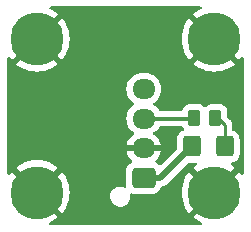
<source format=gbl>
G04 #@! TF.GenerationSoftware,KiCad,Pcbnew,7.0.8*
G04 #@! TF.CreationDate,2023-12-02T16:20:36-07:00*
G04 #@! TF.ProjectId,wheelspeed,77686565-6c73-4706-9565-642e6b696361,v1*
G04 #@! TF.SameCoordinates,Original*
G04 #@! TF.FileFunction,Copper,L2,Bot*
G04 #@! TF.FilePolarity,Positive*
%FSLAX46Y46*%
G04 Gerber Fmt 4.6, Leading zero omitted, Abs format (unit mm)*
G04 Created by KiCad (PCBNEW 7.0.8) date 2023-12-02 16:20:36*
%MOMM*%
%LPD*%
G01*
G04 APERTURE LIST*
G04 Aperture macros list*
%AMRoundRect*
0 Rectangle with rounded corners*
0 $1 Rounding radius*
0 $2 $3 $4 $5 $6 $7 $8 $9 X,Y pos of 4 corners*
0 Add a 4 corners polygon primitive as box body*
4,1,4,$2,$3,$4,$5,$6,$7,$8,$9,$2,$3,0*
0 Add four circle primitives for the rounded corners*
1,1,$1+$1,$2,$3*
1,1,$1+$1,$4,$5*
1,1,$1+$1,$6,$7*
1,1,$1+$1,$8,$9*
0 Add four rect primitives between the rounded corners*
20,1,$1+$1,$2,$3,$4,$5,0*
20,1,$1+$1,$4,$5,$6,$7,0*
20,1,$1+$1,$6,$7,$8,$9,0*
20,1,$1+$1,$8,$9,$2,$3,0*%
G04 Aperture macros list end*
G04 #@! TA.AperFunction,ComponentPad*
%ADD10C,4.500000*%
G04 #@! TD*
G04 #@! TA.AperFunction,SMDPad,CuDef*
%ADD11RoundRect,0.300000X0.450000X0.575000X-0.450000X0.575000X-0.450000X-0.575000X0.450000X-0.575000X0*%
G04 #@! TD*
G04 #@! TA.AperFunction,ComponentPad*
%ADD12RoundRect,0.250000X0.725000X-0.600000X0.725000X0.600000X-0.725000X0.600000X-0.725000X-0.600000X0*%
G04 #@! TD*
G04 #@! TA.AperFunction,ComponentPad*
%ADD13O,1.950000X1.700000*%
G04 #@! TD*
G04 #@! TA.AperFunction,SMDPad,CuDef*
%ADD14RoundRect,0.250000X0.262500X0.450000X-0.262500X0.450000X-0.262500X-0.450000X0.262500X-0.450000X0*%
G04 #@! TD*
G04 #@! TA.AperFunction,ViaPad*
%ADD15C,0.800000*%
G04 #@! TD*
G04 #@! TA.AperFunction,Conductor*
%ADD16C,0.500000*%
G04 #@! TD*
G04 #@! TA.AperFunction,Conductor*
%ADD17C,0.300000*%
G04 #@! TD*
G04 #@! TA.AperFunction,Conductor*
%ADD18C,0.250000*%
G04 #@! TD*
G04 APERTURE END LIST*
D10*
X147500000Y-90412500D03*
X132500000Y-103412500D03*
X132500000Y-90412500D03*
X147500000Y-103412500D03*
D11*
X148400000Y-99500000D03*
X145600000Y-99500000D03*
D12*
X141543750Y-102162500D03*
D13*
X141543750Y-99662500D03*
X141543750Y-97162500D03*
X141543750Y-94662500D03*
D14*
X147612500Y-97100000D03*
X145787500Y-97100000D03*
D15*
X130900000Y-98700000D03*
D16*
X142937500Y-102162500D02*
X145600000Y-99500000D01*
X141543750Y-102162500D02*
X142937500Y-102162500D01*
D17*
X141543750Y-97162500D02*
X145725000Y-97162500D01*
X145725000Y-97162500D02*
X145787500Y-97100000D01*
D18*
X147612500Y-97100000D02*
X147800000Y-97100000D01*
X148400000Y-97700000D02*
X148400000Y-99500000D01*
X147800000Y-97100000D02*
X148400000Y-97700000D01*
G04 #@! TA.AperFunction,Conductor*
G36*
X146397957Y-87682685D02*
G01*
X146443712Y-87735489D01*
X146453656Y-87804647D01*
X146424631Y-87868203D01*
X146381809Y-87900076D01*
X146219680Y-87973044D01*
X146219678Y-87973045D01*
X145934968Y-88145157D01*
X145934960Y-88145162D01*
X145739416Y-88298361D01*
X145739416Y-88298362D01*
X146738627Y-89297573D01*
X146628922Y-89374390D01*
X146461890Y-89541422D01*
X146385073Y-89651126D01*
X145385862Y-88651916D01*
X145385861Y-88651916D01*
X145232662Y-88847460D01*
X145232657Y-88847468D01*
X145060545Y-89132178D01*
X145060543Y-89132180D01*
X144924005Y-89435556D01*
X144923999Y-89435571D01*
X144825032Y-89753170D01*
X144765060Y-90080423D01*
X144744974Y-90412500D01*
X144765060Y-90744576D01*
X144825032Y-91071829D01*
X144923999Y-91389428D01*
X144924005Y-91389443D01*
X145060543Y-91692819D01*
X145060545Y-91692821D01*
X145232656Y-91977530D01*
X145385862Y-92173082D01*
X146385073Y-91173872D01*
X146461890Y-91283578D01*
X146628922Y-91450610D01*
X146738626Y-91527425D01*
X145739416Y-92526636D01*
X145739416Y-92526637D01*
X145934969Y-92679843D01*
X146219678Y-92851954D01*
X146219680Y-92851956D01*
X146523056Y-92988494D01*
X146523071Y-92988500D01*
X146840670Y-93087467D01*
X147167923Y-93147439D01*
X147500000Y-93167525D01*
X147832076Y-93147439D01*
X148159329Y-93087467D01*
X148476928Y-92988500D01*
X148476943Y-92988494D01*
X148780319Y-92851956D01*
X148780321Y-92851954D01*
X149065031Y-92679842D01*
X149065039Y-92679836D01*
X149260582Y-92526637D01*
X149260582Y-92526636D01*
X148261373Y-91527426D01*
X148371078Y-91450610D01*
X148538110Y-91283578D01*
X148614926Y-91173873D01*
X149614136Y-92173082D01*
X149614137Y-92173082D01*
X149767336Y-91977539D01*
X149767343Y-91977529D01*
X149769382Y-91974157D01*
X149820909Y-91926969D01*
X149889768Y-91915129D01*
X149954097Y-91942396D01*
X149993472Y-92000114D01*
X149999500Y-92038305D01*
X149999500Y-101786693D01*
X149979815Y-101853732D01*
X149927011Y-101899487D01*
X149857853Y-101909431D01*
X149794297Y-101880406D01*
X149769383Y-101850843D01*
X149767343Y-101847469D01*
X149614136Y-101651916D01*
X148614925Y-102651126D01*
X148538110Y-102541422D01*
X148371078Y-102374390D01*
X148261372Y-102297573D01*
X149260582Y-101298362D01*
X149260582Y-101298361D01*
X149065030Y-101145156D01*
X148974196Y-101090245D01*
X148927009Y-101038717D01*
X148915170Y-100969858D01*
X148942439Y-100905529D01*
X149000157Y-100866155D01*
X149024466Y-100860907D01*
X149029255Y-100860368D01*
X149199522Y-100800789D01*
X149352262Y-100704816D01*
X149479816Y-100577262D01*
X149575789Y-100424522D01*
X149635368Y-100254255D01*
X149650500Y-100119954D01*
X149650500Y-98880046D01*
X149640515Y-98791426D01*
X149635369Y-98745750D01*
X149635368Y-98745745D01*
X149592904Y-98624390D01*
X149575789Y-98575478D01*
X149479816Y-98422738D01*
X149352262Y-98295184D01*
X149256181Y-98234812D01*
X149199521Y-98199210D01*
X149108546Y-98167377D01*
X149051770Y-98126655D01*
X149026022Y-98061702D01*
X149025500Y-98050335D01*
X149025500Y-97782738D01*
X149027224Y-97767124D01*
X149026938Y-97767097D01*
X149027672Y-97759334D01*
X149025500Y-97690203D01*
X149025500Y-97660651D01*
X149025500Y-97660650D01*
X149024629Y-97653759D01*
X149024172Y-97647945D01*
X149022709Y-97601372D01*
X149017122Y-97582144D01*
X149013174Y-97563084D01*
X149010664Y-97543208D01*
X148993507Y-97499875D01*
X148991619Y-97494359D01*
X148978619Y-97449612D01*
X148968418Y-97432363D01*
X148959860Y-97414894D01*
X148952486Y-97396268D01*
X148952483Y-97396264D01*
X148952483Y-97396263D01*
X148925098Y-97358571D01*
X148921890Y-97353687D01*
X148898172Y-97313582D01*
X148898163Y-97313571D01*
X148884005Y-97299413D01*
X148871370Y-97284620D01*
X148859593Y-97268412D01*
X148823693Y-97238713D01*
X148819381Y-97234790D01*
X148661818Y-97077227D01*
X148628333Y-97015904D01*
X148625499Y-96989546D01*
X148625499Y-96599998D01*
X148625498Y-96599981D01*
X148614999Y-96497203D01*
X148614998Y-96497200D01*
X148610773Y-96484449D01*
X148559814Y-96330666D01*
X148467712Y-96181344D01*
X148343656Y-96057288D01*
X148246489Y-95997355D01*
X148194336Y-95965187D01*
X148194331Y-95965185D01*
X148177172Y-95959499D01*
X148027797Y-95910001D01*
X148027795Y-95910000D01*
X147925010Y-95899500D01*
X147299998Y-95899500D01*
X147299980Y-95899501D01*
X147197203Y-95910000D01*
X147197200Y-95910001D01*
X147030668Y-95965185D01*
X147030663Y-95965187D01*
X146881342Y-96057289D01*
X146787681Y-96150951D01*
X146726358Y-96184436D01*
X146656666Y-96179452D01*
X146612319Y-96150951D01*
X146518657Y-96057289D01*
X146518656Y-96057288D01*
X146421489Y-95997355D01*
X146369336Y-95965187D01*
X146369331Y-95965185D01*
X146352172Y-95959499D01*
X146202797Y-95910001D01*
X146202795Y-95910000D01*
X146100010Y-95899500D01*
X145474998Y-95899500D01*
X145474980Y-95899501D01*
X145372203Y-95910000D01*
X145372200Y-95910001D01*
X145205668Y-95965185D01*
X145205663Y-95965187D01*
X145056342Y-96057289D01*
X144932289Y-96181342D01*
X144840187Y-96330663D01*
X144840185Y-96330668D01*
X144808263Y-96427004D01*
X144768490Y-96484449D01*
X144703974Y-96511272D01*
X144690557Y-96512000D01*
X142926471Y-96512000D01*
X142859432Y-96492315D01*
X142824896Y-96459123D01*
X142707243Y-96291096D01*
X142540153Y-96124006D01*
X142444870Y-96057289D01*
X142383151Y-96014073D01*
X142339528Y-95959499D01*
X142332334Y-95890000D01*
X142363856Y-95827645D01*
X142383148Y-95810928D01*
X142540151Y-95700995D01*
X142707245Y-95533901D01*
X142842785Y-95340330D01*
X142942653Y-95126163D01*
X143003813Y-94897908D01*
X143024409Y-94662500D01*
X143003813Y-94427092D01*
X142942653Y-94198837D01*
X142842785Y-93984671D01*
X142842784Y-93984669D01*
X142707244Y-93791097D01*
X142540152Y-93624005D01*
X142346580Y-93488465D01*
X142346578Y-93488464D01*
X142239496Y-93438531D01*
X142132413Y-93388597D01*
X142132409Y-93388596D01*
X142132405Y-93388594D01*
X141904163Y-93327438D01*
X141904153Y-93327436D01*
X141727716Y-93312000D01*
X141359784Y-93312000D01*
X141183346Y-93327436D01*
X141183336Y-93327438D01*
X140955094Y-93388594D01*
X140955085Y-93388598D01*
X140740921Y-93488464D01*
X140740919Y-93488465D01*
X140547347Y-93624005D01*
X140380256Y-93791097D01*
X140380251Y-93791104D01*
X140244717Y-93984665D01*
X140244715Y-93984669D01*
X140144848Y-94198835D01*
X140144844Y-94198844D01*
X140083688Y-94427086D01*
X140083686Y-94427096D01*
X140063091Y-94662499D01*
X140063091Y-94662500D01*
X140083686Y-94897903D01*
X140083688Y-94897913D01*
X140144844Y-95126155D01*
X140144846Y-95126159D01*
X140144847Y-95126163D01*
X140194781Y-95233246D01*
X140244714Y-95340328D01*
X140244715Y-95340330D01*
X140380255Y-95533902D01*
X140547347Y-95700994D01*
X140704345Y-95810925D01*
X140747970Y-95865502D01*
X140755164Y-95935000D01*
X140723641Y-95997355D01*
X140704345Y-96014075D01*
X140547347Y-96124005D01*
X140380256Y-96291097D01*
X140380251Y-96291104D01*
X140244717Y-96484665D01*
X140244715Y-96484669D01*
X140144848Y-96698835D01*
X140144844Y-96698844D01*
X140083688Y-96927086D01*
X140083686Y-96927096D01*
X140063091Y-97162499D01*
X140063091Y-97162500D01*
X140083686Y-97397903D01*
X140083688Y-97397913D01*
X140144844Y-97626155D01*
X140144846Y-97626159D01*
X140144847Y-97626163D01*
X140174710Y-97690203D01*
X140244714Y-97840328D01*
X140244715Y-97840330D01*
X140380255Y-98033902D01*
X140547347Y-98200994D01*
X140704781Y-98311230D01*
X140748406Y-98365807D01*
X140755600Y-98435305D01*
X140724077Y-98497660D01*
X140704782Y-98514380D01*
X140547672Y-98624390D01*
X140547670Y-98624391D01*
X140380644Y-98791417D01*
X140245149Y-98984921D01*
X140145320Y-99199007D01*
X140145317Y-99199013D01*
X140088114Y-99412499D01*
X140088114Y-99412500D01*
X141139781Y-99412500D01*
X141107231Y-99463149D01*
X141068750Y-99594205D01*
X141068750Y-99730795D01*
X141107231Y-99861851D01*
X141139781Y-99912500D01*
X140088114Y-99912500D01*
X140145317Y-100125986D01*
X140145320Y-100125992D01*
X140245149Y-100340077D01*
X140245150Y-100340079D01*
X140380636Y-100533573D01*
X140527893Y-100680831D01*
X140561377Y-100742154D01*
X140556393Y-100811846D01*
X140514521Y-100867779D01*
X140505308Y-100874050D01*
X140350097Y-100969785D01*
X140350093Y-100969788D01*
X140226039Y-101093842D01*
X140133937Y-101243163D01*
X140133936Y-101243166D01*
X140078751Y-101409703D01*
X140078751Y-101409704D01*
X140078750Y-101409704D01*
X140068250Y-101512483D01*
X140068250Y-102812501D01*
X140068251Y-102812519D01*
X140073530Y-102864190D01*
X140060760Y-102932883D01*
X140012879Y-102983767D01*
X139945089Y-103000687D01*
X139898105Y-102989330D01*
X139892809Y-102986880D01*
X139816917Y-102951768D01*
X139816913Y-102951766D01*
X139636247Y-102912000D01*
X139497637Y-102912000D01*
X139497633Y-102912000D01*
X139359838Y-102926986D01*
X139184526Y-102986057D01*
X139184524Y-102986058D01*
X139026012Y-103081431D01*
X139026011Y-103081432D01*
X138891709Y-103208649D01*
X138787888Y-103361776D01*
X138719419Y-103533622D01*
X138689490Y-103716185D01*
X138699505Y-103900906D01*
X138699505Y-103900911D01*
X138748994Y-104079156D01*
X138748997Y-104079162D01*
X138835648Y-104242602D01*
X138898290Y-104316350D01*
X138955413Y-104383600D01*
X139102686Y-104495554D01*
X139270583Y-104573232D01*
X139270584Y-104573232D01*
X139270586Y-104573233D01*
X139325398Y-104585297D01*
X139451253Y-104613000D01*
X139451256Y-104613000D01*
X139589857Y-104613000D01*
X139589863Y-104613000D01*
X139727660Y-104598014D01*
X139902971Y-104538944D01*
X140061486Y-104443570D01*
X140195791Y-104316349D01*
X140299608Y-104163230D01*
X140368081Y-103991375D01*
X140398010Y-103808817D01*
X140387995Y-103624093D01*
X140384844Y-103612744D01*
X140385876Y-103542882D01*
X140424514Y-103484668D01*
X140488491Y-103456585D01*
X140543323Y-103461863D01*
X140665953Y-103502499D01*
X140768741Y-103513000D01*
X142318758Y-103512999D01*
X142421547Y-103502499D01*
X142588084Y-103447314D01*
X142737406Y-103355212D01*
X142861462Y-103231156D01*
X142953564Y-103081834D01*
X142985029Y-102986878D01*
X143024800Y-102929435D01*
X143083443Y-102905053D01*
X143083218Y-102903961D01*
X143088887Y-102902789D01*
X143089316Y-102902612D01*
X143090142Y-102902530D01*
X143090288Y-102902499D01*
X143090297Y-102902499D01*
X143090304Y-102902496D01*
X143097366Y-102901039D01*
X143097378Y-102901098D01*
X143104743Y-102899465D01*
X143104729Y-102899406D01*
X143111746Y-102897741D01*
X143111755Y-102897741D01*
X143183923Y-102871474D01*
X143256834Y-102847314D01*
X143256843Y-102847307D01*
X143263382Y-102844260D01*
X143263408Y-102844316D01*
X143270190Y-102841032D01*
X143270163Y-102840978D01*
X143276606Y-102837740D01*
X143276617Y-102837737D01*
X143340783Y-102795534D01*
X143406156Y-102755212D01*
X143406162Y-102755205D01*
X143411825Y-102750729D01*
X143411862Y-102750777D01*
X143417704Y-102746018D01*
X143417664Y-102745971D01*
X143423191Y-102741332D01*
X143423196Y-102741330D01*
X143429243Y-102734921D01*
X143475886Y-102685481D01*
X145249548Y-100911819D01*
X145310871Y-100878334D01*
X145337229Y-100875500D01*
X145936226Y-100875500D01*
X146003265Y-100895185D01*
X146049020Y-100947989D01*
X146058964Y-101017147D01*
X146029939Y-101080703D01*
X146000376Y-101105617D01*
X145934968Y-101145156D01*
X145934960Y-101145162D01*
X145739416Y-101298361D01*
X145739416Y-101298362D01*
X146738627Y-102297573D01*
X146628922Y-102374390D01*
X146461890Y-102541422D01*
X146385073Y-102651126D01*
X145385862Y-101651916D01*
X145385861Y-101651916D01*
X145232662Y-101847460D01*
X145232657Y-101847468D01*
X145060545Y-102132178D01*
X145060543Y-102132180D01*
X144924005Y-102435556D01*
X144923999Y-102435571D01*
X144825032Y-102753170D01*
X144765060Y-103080423D01*
X144744974Y-103412500D01*
X144765060Y-103744576D01*
X144825032Y-104071829D01*
X144923999Y-104389428D01*
X144924005Y-104389443D01*
X145060543Y-104692819D01*
X145060545Y-104692821D01*
X145232656Y-104977530D01*
X145385862Y-105173082D01*
X146385073Y-104173872D01*
X146461890Y-104283578D01*
X146628922Y-104450610D01*
X146738626Y-104527425D01*
X145739416Y-105526636D01*
X145739416Y-105526637D01*
X145934969Y-105679843D01*
X146219678Y-105851954D01*
X146219680Y-105851955D01*
X146381809Y-105924924D01*
X146434864Y-105970389D01*
X146454916Y-106037319D01*
X146435600Y-106104466D01*
X146383048Y-106150510D01*
X146330918Y-106162000D01*
X133669082Y-106162000D01*
X133602043Y-106142315D01*
X133556288Y-106089511D01*
X133546344Y-106020353D01*
X133575369Y-105956797D01*
X133618191Y-105924924D01*
X133780319Y-105851955D01*
X133780321Y-105851954D01*
X134065031Y-105679842D01*
X134065039Y-105679836D01*
X134260582Y-105526637D01*
X134260582Y-105526636D01*
X133261372Y-104527426D01*
X133371078Y-104450610D01*
X133538110Y-104283578D01*
X133614926Y-104173873D01*
X134614136Y-105173082D01*
X134614137Y-105173082D01*
X134767336Y-104977539D01*
X134767342Y-104977531D01*
X134939454Y-104692821D01*
X134939456Y-104692819D01*
X135075994Y-104389443D01*
X135076000Y-104389428D01*
X135174967Y-104071829D01*
X135234939Y-103744576D01*
X135255025Y-103412500D01*
X135234939Y-103080423D01*
X135174967Y-102753170D01*
X135076000Y-102435571D01*
X135075994Y-102435556D01*
X134939456Y-102132180D01*
X134939454Y-102132178D01*
X134767343Y-101847469D01*
X134614136Y-101651916D01*
X133614925Y-102651126D01*
X133538110Y-102541422D01*
X133371078Y-102374390D01*
X133261372Y-102297573D01*
X134260582Y-101298362D01*
X134260582Y-101298361D01*
X134065030Y-101145156D01*
X133780321Y-100973045D01*
X133780319Y-100973043D01*
X133476943Y-100836505D01*
X133476928Y-100836499D01*
X133159329Y-100737532D01*
X132832076Y-100677560D01*
X132500000Y-100657474D01*
X132167923Y-100677560D01*
X131840670Y-100737532D01*
X131523071Y-100836499D01*
X131523056Y-100836505D01*
X131219680Y-100973043D01*
X131219678Y-100973045D01*
X130934968Y-101145157D01*
X130934960Y-101145162D01*
X130739416Y-101298361D01*
X130739416Y-101298362D01*
X131738627Y-102297573D01*
X131628922Y-102374390D01*
X131461890Y-102541422D01*
X131385073Y-102651126D01*
X130385862Y-101651916D01*
X130385861Y-101651916D01*
X130232662Y-101847460D01*
X130232656Y-101847468D01*
X130230617Y-101850843D01*
X130179089Y-101898031D01*
X130110229Y-101909869D01*
X130045901Y-101882600D01*
X130006527Y-101824881D01*
X130000500Y-101786693D01*
X130000500Y-92038306D01*
X130020185Y-91971267D01*
X130072989Y-91925512D01*
X130142147Y-91915568D01*
X130205703Y-91944593D01*
X130230621Y-91974163D01*
X130232656Y-91977530D01*
X130385862Y-92173082D01*
X131385073Y-91173872D01*
X131461890Y-91283578D01*
X131628922Y-91450610D01*
X131738626Y-91527425D01*
X130739416Y-92526636D01*
X130739416Y-92526637D01*
X130934969Y-92679843D01*
X131219678Y-92851954D01*
X131219680Y-92851956D01*
X131523056Y-92988494D01*
X131523071Y-92988500D01*
X131840670Y-93087467D01*
X132167923Y-93147439D01*
X132500000Y-93167525D01*
X132832076Y-93147439D01*
X133159329Y-93087467D01*
X133476928Y-92988500D01*
X133476943Y-92988494D01*
X133780319Y-92851956D01*
X133780321Y-92851954D01*
X134065031Y-92679842D01*
X134065039Y-92679836D01*
X134260582Y-92526637D01*
X134260582Y-92526636D01*
X133261373Y-91527426D01*
X133371078Y-91450610D01*
X133538110Y-91283578D01*
X133614926Y-91173873D01*
X134614136Y-92173082D01*
X134614137Y-92173082D01*
X134767336Y-91977539D01*
X134767342Y-91977531D01*
X134939454Y-91692821D01*
X134939456Y-91692819D01*
X135075994Y-91389443D01*
X135076000Y-91389428D01*
X135174967Y-91071829D01*
X135234939Y-90744576D01*
X135255025Y-90412500D01*
X135234939Y-90080423D01*
X135174967Y-89753170D01*
X135076000Y-89435571D01*
X135075994Y-89435556D01*
X134939456Y-89132180D01*
X134939454Y-89132178D01*
X134767343Y-88847469D01*
X134614136Y-88651916D01*
X133614925Y-89651126D01*
X133538110Y-89541422D01*
X133371078Y-89374390D01*
X133261372Y-89297573D01*
X134260582Y-88298362D01*
X134260582Y-88298361D01*
X134065030Y-88145156D01*
X133780321Y-87973045D01*
X133780319Y-87973044D01*
X133618191Y-87900076D01*
X133565136Y-87854611D01*
X133545084Y-87787681D01*
X133564400Y-87720534D01*
X133616952Y-87674490D01*
X133669082Y-87663000D01*
X146330918Y-87663000D01*
X146397957Y-87682685D01*
G37*
G04 #@! TD.AperFunction*
G04 #@! TA.AperFunction,Conductor*
G36*
X144803271Y-97832685D02*
G01*
X144841769Y-97871901D01*
X144919551Y-97998006D01*
X144937991Y-98065398D01*
X144917068Y-98132061D01*
X144863426Y-98176831D01*
X144854967Y-98180143D01*
X144800480Y-98199208D01*
X144647737Y-98295184D01*
X144520184Y-98422737D01*
X144424211Y-98575476D01*
X144364631Y-98745745D01*
X144364630Y-98745750D01*
X144349500Y-98880039D01*
X144349500Y-99637769D01*
X144329815Y-99704808D01*
X144313181Y-99725450D01*
X142990805Y-101047825D01*
X142929482Y-101081310D01*
X142859790Y-101076326D01*
X142815443Y-101047825D01*
X142737407Y-100969789D01*
X142737406Y-100969788D01*
X142588084Y-100877686D01*
X142582191Y-100874051D01*
X142535467Y-100822103D01*
X142524244Y-100753140D01*
X142552088Y-100689058D01*
X142559607Y-100680831D01*
X142706855Y-100533582D01*
X142842350Y-100340078D01*
X142942179Y-100125992D01*
X142942182Y-100125986D01*
X142999386Y-99912500D01*
X141947719Y-99912500D01*
X141980269Y-99861851D01*
X142018750Y-99730795D01*
X142018750Y-99594205D01*
X141980269Y-99463149D01*
X141947719Y-99412500D01*
X142999386Y-99412500D01*
X142999385Y-99412499D01*
X142942182Y-99199013D01*
X142942179Y-99199007D01*
X142842350Y-98984922D01*
X142842349Y-98984920D01*
X142706863Y-98791426D01*
X142706858Y-98791420D01*
X142539829Y-98624391D01*
X142539823Y-98624386D01*
X142382717Y-98514380D01*
X142339092Y-98459803D01*
X142331898Y-98390305D01*
X142363421Y-98327950D01*
X142382710Y-98311235D01*
X142540151Y-98200995D01*
X142707245Y-98033901D01*
X142789149Y-97916929D01*
X142824897Y-97865877D01*
X142879474Y-97822252D01*
X142926472Y-97813000D01*
X144736232Y-97813000D01*
X144803271Y-97832685D01*
G37*
G04 #@! TD.AperFunction*
M02*

</source>
